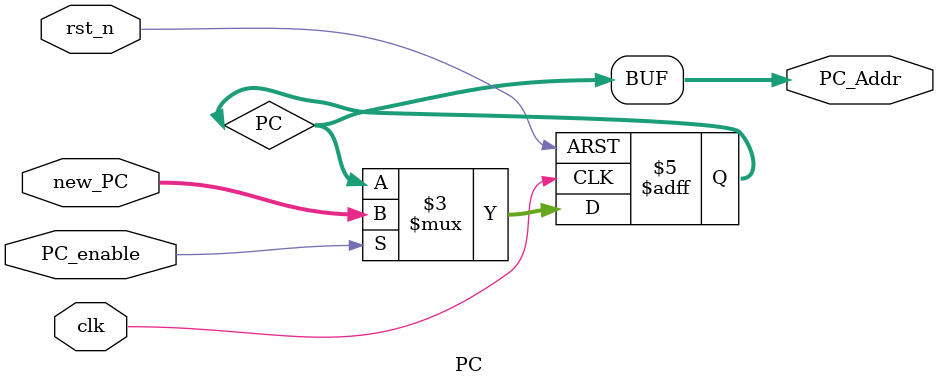
<source format=v>
module PC(
  input         clk,
  input  [31:0] new_PC,
  input         PC_enable,
  input         rst_n,//
  output [31:0] PC_Addr
  );
	reg [31:0] PC;
	
	always@(posedge clk or posedge rst_n)
	begin
	  if (rst_n)
	    begin
	      PC = 32'h0000_3000;
	    end
	  else
	    if (PC_enable)
	    begin
	      PC = new_PC;
	      //$display("PC = %x", PC);
	    end  
	end
	assign PC_Addr = PC;
endmodule
	
	

</source>
